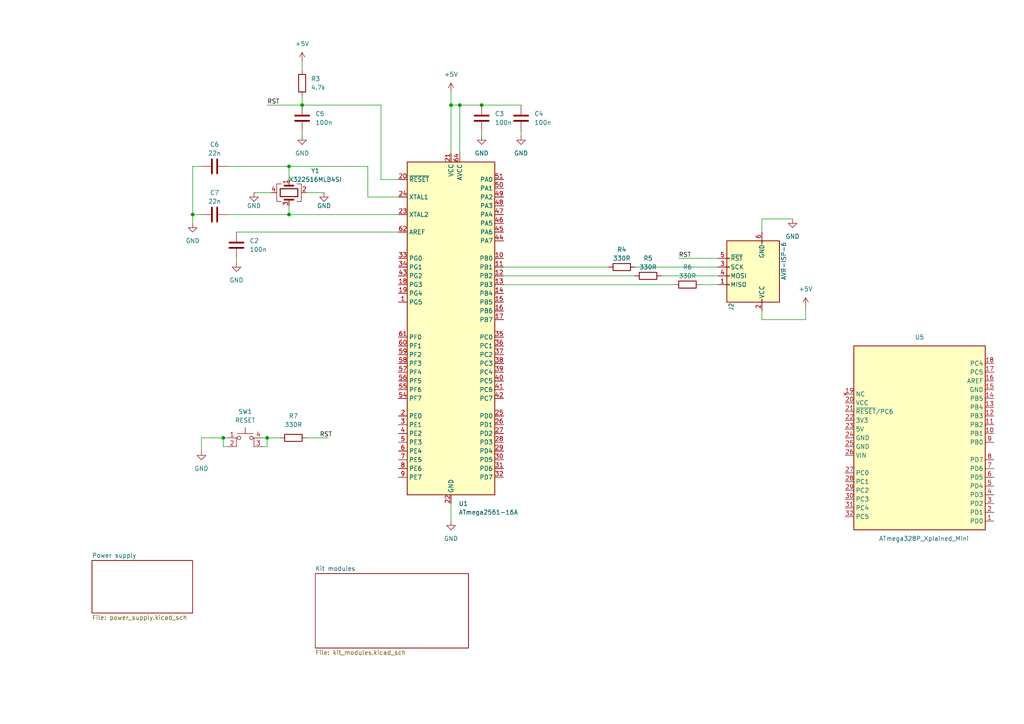
<source format=kicad_sch>
(kicad_sch (version 20230121) (generator eeschema)
  (paper "A4")
  (lib_symbols
    (symbol "Connector:AVR-ISP-6" (pin_names (offset 1.016))
      (property "Reference" "J" (at -6.35 11.43 0))
      (property "Value" "AVR-ISP-6" (at 0 11.43 0))
      (symbol "AVR-ISP-6_0_1"
        (rectangle (start -2.667 -6.858) (end -2.413 -7.62))
        (rectangle (start -2.667 10.16) (end -2.413 9.398))
        (rectangle (start 7.62 -2.413) (end 6.858 -2.667))
        (rectangle (start 7.62 0.127) (end 6.858 -0.127))
        (rectangle (start 7.62 2.667) (end 6.858 2.413))
        (rectangle (start 7.62 5.207) (end 6.858 4.953))
        (rectangle (start 7.62 10.16) (end -7.62 -7.62) (stroke (width 0.254)) (fill (type background)))
      )
      (symbol "AVR-ISP-6_1_1"
        (pin passive line (at 10.16 5.08 180) (length 2.54) (name "MISO") (number "1"))
        (pin passive line (at -2.54 12.7 270) (length 2.54) (name "VCC") (number "2"))
        (pin passive line (at 10.16 0 180) (length 2.54) (name "SCK") (number "3"))
        (pin passive line (at 10.16 2.54 180) (length 2.54) (name "MOSI") (number "4"))
        (pin passive line (at 10.16 -2.54 180) (length 2.54) (name "~{RST}") (number "5"))
        (pin passive line (at -2.54 -10.16 90) (length 2.54) (name "GND") (number "6"))
      )
    )
    (symbol "Device:C" (pin_numbers hide) (pin_names (offset 0.254))
      (property "Reference" "C" (at 0.635 2.54 0))
      (property "Value" "C" (at 0.635 -2.54 0))
      (symbol "C_0_1"
        (polyline (pts (xy -2.032 -0.762) (xy 2.032 -0.762)) (stroke (width 0.508)))
        (polyline (pts (xy -2.032 0.762) (xy 2.032 0.762)) (stroke (width 0.508)))
      )
      (symbol "C_1_1"
        (pin passive line (at 0 3.81 270) (length 2.794) (name "~") (number "1"))
        (pin passive line (at 0 -3.81 90) (length 2.794) (name "~") (number "2"))
      )
    )
    (symbol "Device:Crystal_GND24" (pin_names (offset 1.016) hide)
      (property "Reference" "Y" (at 3.175 5.08 0))
      (property "Value" "Crystal_GND24" (at 3.175 3.175 0))
      (symbol "Crystal_GND24_0_1"
        (rectangle (start -1.143 2.54) (end 1.143 -2.54) (stroke (width 0.3048)))
        (polyline (pts (xy -2.54 0) (xy -2.032 0)))
        (polyline (pts (xy -2.032 -1.27) (xy -2.032 1.27)) (stroke (width 0.508)))
        (polyline (pts (xy 0 -3.81) (xy 0 -3.556)))
        (polyline (pts (xy 0 3.556) (xy 0 3.81)))
        (polyline (pts (xy 2.032 -1.27) (xy 2.032 1.27)) (stroke (width 0.508)))
        (polyline (pts (xy 2.032 0) (xy 2.54 0)))
        (polyline (pts (xy -2.54 -2.286) (xy -2.54 -3.556) (xy 2.54 -3.556) (xy 2.54 -2.286)))
        (polyline (pts (xy -2.54 2.286) (xy -2.54 3.556) (xy 2.54 3.556) (xy 2.54 2.286)))
      )
      (symbol "Crystal_GND24_1_1"
        (pin passive line (at -3.81 0 0) (length 1.27) (name "1") (number "1"))
        (pin passive line (at 0 5.08 270) (length 1.27) (name "2") (number "2"))
        (pin passive line (at 3.81 0 180) (length 1.27) (name "3") (number "3"))
        (pin passive line (at 0 -5.08 90) (length 1.27) (name "4") (number "4"))
      )
    )
    (symbol "Device:R" (pin_numbers hide) (pin_names (offset 0))
      (property "Reference" "R" (at 2.032 0 90))
      (property "Value" "R" (at 0 0 90))
      (symbol "R_0_1"
        (rectangle (start -1.016 -2.54) (end 1.016 2.54) (stroke (width 0.254)))
      )
      (symbol "R_1_1"
        (pin passive line (at 0 3.81 270) (length 1.27) (name "~") (number "1"))
        (pin passive line (at 0 -3.81 90) (length 1.27) (name "~") (number "2"))
      )
    )
    (symbol "MCU_Microchip_ATmega:ATmega2561-16A"
      (property "Reference" "U" (at -12.7 49.53 0))
      (property "Value" "ATmega2561-16A" (at 2.54 -49.53 0))
      (symbol "ATmega2561-16A_0_1"
        (rectangle (start -12.7 -48.26) (end 12.7 48.26) (stroke (width 0.254)) (fill (type background)))
      )
      (symbol "ATmega2561-16A_1_1"
        (pin bidirectional line (at -15.24 7.62 0) (length 2.54) (name "PG5") (number "1"))
        (pin bidirectional line (at 15.24 20.32 180) (length 2.54) (name "PB0") (number "10"))
        (pin bidirectional line (at 15.24 17.78 180) (length 2.54) (name "PB1") (number "11"))
        (pin bidirectional line (at 15.24 15.24 180) (length 2.54) (name "PB2") (number "12"))
        (pin bidirectional line (at 15.24 12.7 180) (length 2.54) (name "PB3") (number "13"))
        (pin bidirectional line (at 15.24 10.16 180) (length 2.54) (name "PB4") (number "14"))
        (pin bidirectional line (at 15.24 7.62 180) (length 2.54) (name "PB5") (number "15"))
        (pin bidirectional line (at 15.24 5.08 180) (length 2.54) (name "PB6") (number "16"))
        (pin bidirectional line (at 15.24 2.54 180) (length 2.54) (name "PB7") (number "17"))
        (pin bidirectional line (at -15.24 12.7 0) (length 2.54) (name "PG3") (number "18"))
        (pin bidirectional line (at -15.24 10.16 0) (length 2.54) (name "PG4") (number "19"))
        (pin bidirectional line (at -15.24 -25.4 0) (length 2.54) (name "PE0") (number "2"))
        (pin input line (at -15.24 43.18 0) (length 2.54) (name "~{RESET}") (number "20"))
        (pin power_in line (at 0 50.8 270) (length 2.54) (name "VCC") (number "21"))
        (pin power_in line (at 0 -50.8 90) (length 2.54) (name "GND") (number "22"))
        (pin output line (at -15.24 33.02 0) (length 2.54) (name "XTAL2") (number "23"))
        (pin input line (at -15.24 38.1 0) (length 2.54) (name "XTAL1") (number "24"))
        (pin bidirectional line (at 15.24 -25.4 180) (length 2.54) (name "PD0") (number "25"))
        (pin bidirectional line (at 15.24 -27.94 180) (length 2.54) (name "PD1") (number "26"))
        (pin bidirectional line (at 15.24 -30.48 180) (length 2.54) (name "PD2") (number "27"))
        (pin bidirectional line (at 15.24 -33.02 180) (length 2.54) (name "PD3") (number "28"))
        (pin bidirectional line (at 15.24 -35.56 180) (length 2.54) (name "PD4") (number "29"))
        (pin bidirectional line (at -15.24 -27.94 0) (length 2.54) (name "PE1") (number "3"))
        (pin bidirectional line (at 15.24 -38.1 180) (length 2.54) (name "PD5") (number "30"))
        (pin bidirectional line (at 15.24 -40.64 180) (length 2.54) (name "PD6") (number "31"))
        (pin bidirectional line (at 15.24 -43.18 180) (length 2.54) (name "PD7") (number "32"))
        (pin bidirectional line (at -15.24 20.32 0) (length 2.54) (name "PG0") (number "33"))
        (pin bidirectional line (at -15.24 17.78 0) (length 2.54) (name "PG1") (number "34"))
        (pin bidirectional line (at 15.24 -2.54 180) (length 2.54) (name "PC0") (number "35"))
        (pin bidirectional line (at 15.24 -5.08 180) (length 2.54) (name "PC1") (number "36"))
        (pin bidirectional line (at 15.24 -7.62 180) (length 2.54) (name "PC2") (number "37"))
        (pin bidirectional line (at 15.24 -10.16 180) (length 2.54) (name "PC3") (number "38"))
        (pin bidirectional line (at 15.24 -12.7 180) (length 2.54) (name "PC4") (number "39"))
        (pin bidirectional line (at -15.24 -30.48 0) (length 2.54) (name "PE2") (number "4"))
        (pin bidirectional line (at 15.24 -15.24 180) (length 2.54) (name "PC5") (number "40"))
        (pin bidirectional line (at 15.24 -17.78 180) (length 2.54) (name "PC6") (number "41"))
        (pin bidirectional line (at 15.24 -20.32 180) (length 2.54) (name "PC7") (number "42"))
        (pin bidirectional line (at -15.24 15.24 0) (length 2.54) (name "PG2") (number "43"))
        (pin bidirectional line (at 15.24 25.4 180) (length 2.54) (name "PA7") (number "44"))
        (pin bidirectional line (at 15.24 27.94 180) (length 2.54) (name "PA6") (number "45"))
        (pin bidirectional line (at 15.24 30.48 180) (length 2.54) (name "PA5") (number "46"))
        (pin bidirectional line (at 15.24 33.02 180) (length 2.54) (name "PA4") (number "47"))
        (pin bidirectional line (at 15.24 35.56 180) (length 2.54) (name "PA3") (number "48"))
        (pin bidirectional line (at 15.24 38.1 180) (length 2.54) (name "PA2") (number "49"))
        (pin bidirectional line (at -15.24 -33.02 0) (length 2.54) (name "PE3") (number "5"))
        (pin bidirectional line (at 15.24 40.64 180) (length 2.54) (name "PA1") (number "50"))
        (pin bidirectional line (at 15.24 43.18 180) (length 2.54) (name "PA0") (number "51"))
        (pin passive line (at 0 50.8 270) (length 2.54) hide (name "VCC") (number "52"))
        (pin passive line (at 0 -50.8 90) (length 2.54) hide (name "GND") (number "53"))
        (pin bidirectional line (at -15.24 -20.32 0) (length 2.54) (name "PF7") (number "54"))
        (pin bidirectional line (at -15.24 -17.78 0) (length 2.54) (name "PF6") (number "55"))
        (pin bidirectional line (at -15.24 -15.24 0) (length 2.54) (name "PF5") (number "56"))
        (pin bidirectional line (at -15.24 -12.7 0) (length 2.54) (name "PF4") (number "57"))
        (pin bidirectional line (at -15.24 -10.16 0) (length 2.54) (name "PF3") (number "58"))
        (pin bidirectional line (at -15.24 -7.62 0) (length 2.54) (name "PF2") (number "59"))
        (pin bidirectional line (at -15.24 -35.56 0) (length 2.54) (name "PE4") (number "6"))
        (pin bidirectional line (at -15.24 -5.08 0) (length 2.54) (name "PF1") (number "60"))
        (pin bidirectional line (at -15.24 -2.54 0) (length 2.54) (name "PF0") (number "61"))
        (pin passive line (at -15.24 27.94 0) (length 2.54) (name "AREF") (number "62"))
        (pin passive line (at 0 -50.8 90) (length 2.54) hide (name "GND") (number "63"))
        (pin power_in line (at 2.54 50.8 270) (length 2.54) (name "AVCC") (number "64"))
        (pin bidirectional line (at -15.24 -38.1 0) (length 2.54) (name "PE5") (number "7"))
        (pin bidirectional line (at -15.24 -40.64 0) (length 2.54) (name "PE6") (number "8"))
        (pin bidirectional line (at -15.24 -43.18 0) (length 2.54) (name "PE7") (number "9"))
      )
    )
    (symbol "Switch:SW_MEC_5E" (pin_names (offset 1.016) hide)
      (property "Reference" "SW" (at 0.635 5.715 0))
      (property "Value" "SW_MEC_5E" (at 0 -3.175 0))
      (symbol "SW_MEC_5E_0_1"
        (circle (center -1.778 2.54) (radius 0.508))
        (polyline (pts (xy -2.286 3.81) (xy 2.286 3.81)))
        (polyline (pts (xy 0 3.81) (xy 0 5.588)))
        (polyline (pts (xy -2.54 0) (xy -2.54 2.54) (xy -2.286 2.54)))
        (polyline (pts (xy 2.54 0) (xy 2.54 2.54) (xy 2.286 2.54)))
        (circle (center 1.778 2.54) (radius 0.508))
        (pin passive line (at -5.08 2.54 0) (length 2.54) (name "1") (number "1"))
        (pin passive line (at -5.08 0 0) (length 2.54) (name "2") (number "2"))
        (pin passive line (at 5.08 0 180) (length 2.54) (name "K") (number "3"))
        (pin passive line (at 5.08 2.54 180) (length 2.54) (name "A") (number "4"))
      )
    )
    (symbol "kit_modules:ATmega328P_Xplained_mini"
      (property "Reference" "U" (at -8.89 -7.62 0))
      (symbol "ATmega328P_Xplained_mini_0_1"
        (rectangle (start -10.16 -8.89) (end 27.94 -62.23) (stroke (width 0.254)) (fill (type background)))
      )
      (symbol "ATmega328P_Xplained_mini_1_1"
        (pin bidirectional line (at 30.48 -59.69 180) (length 2.54) (name "PD0") (number "1"))
        (pin bidirectional line (at 30.48 -34.29 180) (length 2.54) (name "PB1") (number "10"))
        (pin bidirectional line (at 30.48 -31.75 180) (length 2.54) (name "PB2") (number "11"))
        (pin bidirectional line (at 30.48 -29.21 180) (length 2.54) (name "PB3") (number "12"))
        (pin bidirectional line (at 30.48 -26.67 180) (length 2.54) (name "PB4") (number "13"))
        (pin bidirectional line (at 30.48 -24.13 180) (length 2.54) (name "PB5") (number "14"))
        (pin power_in line (at 30.48 -21.59 180) (length 2.54) (name "GND") (number "15"))
        (pin passive line (at 30.48 -19.05 180) (length 2.54) (name "AREF") (number "16"))
        (pin bidirectional line (at 30.48 -16.51 180) (length 2.54) (name "PC5") (number "17"))
        (pin bidirectional line (at 30.48 -13.97 180) (length 2.54) (name "PC4") (number "18"))
        (pin no_connect line (at -12.7 -22.86 0) (length 2.54) (name "NC") (number "19"))
        (pin bidirectional line (at 30.48 -57.15 180) (length 2.54) (name "PD1") (number "2"))
        (pin power_in line (at -12.7 -25.4 0) (length 2.54) (name "VCC") (number "20"))
        (pin bidirectional line (at -12.7 -27.94 0) (length 2.54) (name "~{RESET}/PC6") (number "21"))
        (pin power_in line (at -12.7 -30.48 0) (length 2.54) (name "3V3") (number "22"))
        (pin power_in line (at -12.7 -33.02 0) (length 2.54) (name "5V") (number "23"))
        (pin power_in line (at -12.7 -35.56 0) (length 2.54) (name "GND") (number "24"))
        (pin power_in line (at -12.7 -38.1 0) (length 2.54) (name "GND") (number "25"))
        (pin power_in line (at -12.7 -40.64 0) (length 2.54) (name "VIN") (number "26"))
        (pin bidirectional line (at -12.7 -45.72 0) (length 2.54) (name "PC0") (number "27"))
        (pin bidirectional line (at -12.7 -48.26 0) (length 2.54) (name "PC1") (number "28"))
        (pin bidirectional line (at -12.7 -50.8 0) (length 2.54) (name "PC2") (number "29"))
        (pin bidirectional line (at 30.48 -54.61 180) (length 2.54) (name "PD2") (number "3"))
        (pin bidirectional line (at -12.7 -53.34 0) (length 2.54) (name "PC3") (number "30"))
        (pin bidirectional line (at -12.7 -55.88 0) (length 2.54) (name "PC4") (number "31"))
        (pin bidirectional line (at -12.7 -58.42 0) (length 2.54) (name "PC5") (number "32"))
        (pin bidirectional line (at 30.48 -52.07 180) (length 2.54) (name "PD3") (number "4"))
        (pin bidirectional line (at 30.48 -49.53 180) (length 2.54) (name "PD4") (number "5"))
        (pin bidirectional line (at 30.48 -46.99 180) (length 2.54) (name "PD5") (number "6"))
        (pin bidirectional line (at 30.48 -44.45 180) (length 2.54) (name "PD6") (number "7"))
        (pin bidirectional line (at 30.48 -41.91 180) (length 2.54) (name "PD7") (number "8"))
        (pin bidirectional line (at 30.48 -36.83 180) (length 2.54) (name "PB0") (number "9"))
      )
    )
    (symbol "power:+5V" (power) (pin_names (offset 0))
      (property "Value" "+5V" (at 0 3.556 0))
      (symbol "+5V_0_1"
        (polyline (pts (xy -0.762 1.27) (xy 0 2.54)))
        (polyline (pts (xy 0 0) (xy 0 2.54)))
        (polyline (pts (xy 0 2.54) (xy 0.762 1.27)))
      )
      (symbol "+5V_1_1"
        (pin power_in line (at 0 0 90) (length 0) hide (name "+5V") (number "1"))
      )
    )
    (symbol "power:GND" (power) (pin_names (offset 0))
      (property "Value" "GND" (at 0 -3.81 0))
      (symbol "GND_0_1"
        (polyline (pts (xy 0 0) (xy 0 -1.27) (xy 1.27 -1.27) (xy 0 -2.54) (xy -1.27 -1.27) (xy 0 -1.27)))
      )
      (symbol "GND_1_1"
        (pin power_in line (at 0 0 270) (length 0) hide (name "GND") (number "1"))
      )
    )
  )
  (junction (at 77.47 127))
  (junction (at 83.82 48.26))
  (junction (at 133.35 30.48))
  (junction (at 64.77 127))
  (junction (at 87.63 30.48))
  (junction (at 83.82 62.23))
  (junction (at 139.7 30.48))
  (junction (at 55.88 62.23))
  (junction (at 130.81 30.48))
  (wire (pts (xy 87.63 17.78) (xy 87.63 20.32)))
  (wire (pts (xy 87.63 30.48) (xy 110.49 30.48)))
  (wire (pts (xy 233.68 88.9) (xy 233.68 92.71)))
  (wire (pts (xy 66.04 127) (xy 64.77 127)))
  (wire (pts (xy 106.68 57.15) (xy 106.68 48.26)))
  (wire (pts (xy 76.2 129.54) (xy 77.47 129.54)))
  (wire (pts (xy 76.2 127) (xy 77.47 127)))
  (wire (pts (xy 106.68 48.26) (xy 83.82 48.26)))
  (wire (pts (xy 191.77 80.01) (xy 208.28 80.01)))
  (wire (pts (xy 77.47 30.48) (xy 87.63 30.48)))
  (wire (pts (xy 58.42 130.81) (xy 58.42 127)))
  (wire (pts (xy 146.05 77.47) (xy 176.53 77.47)))
  (wire (pts (xy 83.82 59.69) (xy 83.82 62.23)))
  (wire (pts (xy 151.13 38.1) (xy 151.13 39.37)))
  (wire (pts (xy 146.05 82.55) (xy 195.58 82.55)))
  (wire (pts (xy 83.82 62.23) (xy 115.57 62.23)))
  (wire (pts (xy 130.81 26.67) (xy 130.81 30.48)))
  (wire (pts (xy 87.63 38.1) (xy 87.63 39.37)))
  (wire (pts (xy 110.49 52.07) (xy 115.57 52.07)))
  (wire (pts (xy 73.66 55.88) (xy 78.74 55.88)))
  (wire (pts (xy 220.98 63.5) (xy 220.98 67.31)))
  (wire (pts (xy 130.81 44.45) (xy 130.81 30.48)))
  (wire (pts (xy 220.98 92.71) (xy 233.68 92.71)))
  (wire (pts (xy 133.35 30.48) (xy 139.7 30.48)))
  (wire (pts (xy 139.7 30.48) (xy 151.13 30.48)))
  (wire (pts (xy 88.9 127) (xy 95.25 127)))
  (wire (pts (xy 87.63 27.94) (xy 87.63 30.48)))
  (wire (pts (xy 203.2 82.55) (xy 208.28 82.55)))
  (wire (pts (xy 55.88 48.26) (xy 55.88 62.23)))
  (wire (pts (xy 220.98 63.5) (xy 229.87 63.5)))
  (wire (pts (xy 220.98 92.71) (xy 220.98 90.17)))
  (wire (pts (xy 55.88 62.23) (xy 55.88 64.77)))
  (wire (pts (xy 58.42 62.23) (xy 55.88 62.23)))
  (wire (pts (xy 115.57 57.15) (xy 106.68 57.15)))
  (wire (pts (xy 146.05 80.01) (xy 184.15 80.01)))
  (wire (pts (xy 133.35 44.45) (xy 133.35 30.48)))
  (wire (pts (xy 66.04 48.26) (xy 83.82 48.26)))
  (wire (pts (xy 196.85 74.93) (xy 208.28 74.93)))
  (wire (pts (xy 77.47 127) (xy 77.47 129.54)))
  (wire (pts (xy 68.58 74.93) (xy 68.58 76.2)))
  (wire (pts (xy 110.49 30.48) (xy 110.49 52.07)))
  (wire (pts (xy 64.77 129.54) (xy 66.04 129.54)))
  (wire (pts (xy 77.47 127) (xy 81.28 127)))
  (wire (pts (xy 58.42 127) (xy 64.77 127)))
  (wire (pts (xy 130.81 146.05) (xy 130.81 151.13)))
  (wire (pts (xy 58.42 48.26) (xy 55.88 48.26)))
  (wire (pts (xy 130.81 30.48) (xy 133.35 30.48)))
  (wire (pts (xy 64.77 127) (xy 64.77 129.54)))
  (wire (pts (xy 88.9 55.88) (xy 93.98 55.88)))
  (wire (pts (xy 68.58 67.31) (xy 115.57 67.31)))
  (wire (pts (xy 184.15 77.47) (xy 208.28 77.47)))
  (wire (pts (xy 83.82 48.26) (xy 83.82 52.07)))
  (wire (pts (xy 139.7 38.1) (xy 139.7 39.37)))
  (wire (pts (xy 66.04 62.23) (xy 83.82 62.23)))
  (label "RST" (at 92.71 127 0))
  (label "RST" (at 196.85 74.93 0))
  (label "RST" (at 77.47 30.48 0))
  (symbol (lib_id "Device:R") (at 87.63 24.13 0) (unit 1)
    (property "Reference" "R3" (at 90.17 22.86 0) (effects (justify left)))
    (property "Value" "4.7k" (at 90.17 25.4 0) (effects (justify left)))
  )
  (symbol (lib_id "power:GND") (at 73.66 55.88 0) (unit 1)
    (property "Reference" "#PWR017" (effects hide))
    (property "Value" "GND" (at 73.66 59.69 0))
  )
  (symbol (lib_id "power:GND") (at 58.42 130.81 0) (unit 1)
    (property "Reference" "#PWR018" (effects hide))
    (property "Value" "GND" (at 58.42 135.89 0))
  )
  (symbol (lib_id "power:+5V") (at 130.81 26.67 0) (unit 1)
    (property "Reference" "#PWR010" (effects hide))
    (property "Value" "+5V" (at 130.81 21.59 0))
  )
  (symbol (lib_id "power:GND") (at 68.58 76.2 0) (unit 1)
    (property "Reference" "#PWR07" (effects hide))
    (property "Value" "GND" (at 68.58 81.28 0))
  )
  (symbol (lib_id "Device:C") (at 139.7 34.29 0) (unit 1)
    (property "Reference" "C3" (at 143.51 33.02 0) (effects (justify left)))
    (property "Value" "100n" (at 143.51 35.56 0) (effects (justify left)))
  )
  (symbol (lib_id "Device:R") (at 180.34 77.47 90) (unit 1)
    (property "Reference" "R4" (at 180.34 72.39 90))
    (property "Value" "330R" (at 180.34 74.93 90))
  )
  (symbol (lib_id "power:GND") (at 229.87 63.5 0) (unit 1)
    (property "Reference" "#PWR013" (effects hide))
    (property "Value" "GND" (at 229.87 68.58 0))
  )
  (symbol (lib_id "power:GND") (at 139.7 39.37 0) (unit 1)
    (property "Reference" "#PWR08" (effects hide))
    (property "Value" "GND" (at 139.7 44.45 0))
  )
  (symbol (lib_id "power:GND") (at 130.81 151.13 0) (unit 1)
    (property "Reference" "#PWR01" (effects hide))
    (property "Value" "GND" (at 130.81 156.21 0))
  )
  (symbol (lib_id "Device:R") (at 85.09 127 90) (unit 1)
    (property "Reference" "R7" (at 85.09 120.65 90))
    (property "Value" "330R" (at 85.09 123.19 90))
  )
  (symbol (lib_id "Switch:SW_MEC_5E") (at 71.12 129.54 0) (unit 1)
    (property "Reference" "SW1" (at 71.12 119.38 0))
    (property "Value" "RESET" (at 71.12 121.92 0))
    (property "Datasheet" "http://www.apem.com/int/index.php?controller=attachment&id_attachment=1371" (effects hide))
  )
  (symbol (lib_id "Device:R") (at 199.39 82.55 90) (unit 1)
    (property "Reference" "R6" (at 199.39 77.47 90))
    (property "Value" "330R" (at 199.39 80.01 90))
  )
  (symbol (lib_id "Device:C") (at 151.13 34.29 0) (unit 1)
    (property "Reference" "C4" (at 154.94 33.02 0) (effects (justify left)))
    (property "Value" "100n" (at 154.94 35.56 0) (effects (justify left)))
  )
  (symbol (lib_id "kit_modules:ATmega328P_Xplained_mini") (at 257.81 91.44 0) (unit 1)
    (property "Reference" "U5" (at 266.7 97.79 0))
    (property "Value" "ATmega328P_Xplained_Mini" (at 267.97 156.21 0))
    (property "Footprint" "kit_modules:ATmega328P_Xplained_Mini" (effects hide))
  )
  (symbol (lib_id "Device:C") (at 62.23 62.23 90) (unit 1)
    (property "Reference" "C7" (at 62.23 55.88 90))
    (property "Value" "22n" (at 62.23 58.42 90))
  )
  (symbol (lib_id "Connector:AVR-ISP-6") (at 218.44 77.47 180) (unit 1)
    (property "Reference" "J2" (at 212.09 90.17 90) (effects (justify right)))
    (property "Value" "AVR-ISP-6" (at 227.33 81.28 90) (effects (justify right)))
    (property "Datasheet" " ~" (effects hide))
  )
  (symbol (lib_id "Device:Crystal_GND24") (at 83.82 55.88 270) (unit 1)
    (property "Reference" "Y1" (at 91.44 49.53 90))
    (property "Value" "X322516MLB4SI" (at 91.44 52.07 90))
  )
  (symbol (lib_id "MCU_Microchip_ATmega:ATmega2561-16A") (at 130.81 95.25 0) (unit 1)
    (property "Reference" "U1" (at 133.0041 146.05 0) (effects (justify left)))
    (property "Value" "ATmega2561-16A" (at 133.0041 148.59 0) (effects (justify left)))
    (property "Footprint" "Package_QFP:TQFP-64_14x14mm_P0.8mm" (effects hide))
    (property "Datasheet" "http://ww1.microchip.com/downloads/en/DeviceDoc/Atmel-2549-8-bit-AVR-Microcontroller-ATmega640-1280-1281-2560-2561_datasheet.pdf" (effects hide))
  )
  (symbol (lib_id "power:+5V") (at 233.68 88.9 0) (unit 1)
    (property "Reference" "#PWR014" (effects hide))
    (property "Value" "+5V" (at 233.68 83.82 0))
  )
  (symbol (lib_id "power:GND") (at 93.98 55.88 0) (unit 1)
    (property "Reference" "#PWR016" (effects hide))
    (property "Value" "GND" (at 93.98 59.69 0))
  )
  (symbol (lib_id "power:GND") (at 151.13 39.37 0) (unit 1)
    (property "Reference" "#PWR09" (effects hide))
    (property "Value" "GND" (at 151.13 44.45 0))
  )
  (symbol (lib_id "Device:R") (at 187.96 80.01 90) (unit 1)
    (property "Reference" "R5" (at 187.96 74.93 90))
    (property "Value" "330R" (at 187.96 77.47 90))
  )
  (symbol (lib_id "Device:C") (at 87.63 34.29 0) (unit 1)
    (property "Reference" "C5" (at 91.44 33.02 0) (effects (justify left)))
    (property "Value" "100n" (at 91.44 35.56 0) (effects (justify left)))
  )
  (symbol (lib_id "power:GND") (at 55.88 64.77 0) (unit 1)
    (property "Reference" "#PWR015" (effects hide))
    (property "Value" "GND" (at 55.88 69.85 0))
  )
  (symbol (lib_id "Device:C") (at 62.23 48.26 90) (unit 1)
    (property "Reference" "C6" (at 62.23 41.91 90))
    (property "Value" "22n" (at 62.23 44.45 90))
  )
  (symbol (lib_id "power:GND") (at 87.63 39.37 0) (unit 1)
    (property "Reference" "#PWR011" (effects hide))
    (property "Value" "GND" (at 87.63 44.45 0))
  )
  (symbol (lib_id "Device:C") (at 68.58 71.12 0) (unit 1)
    (property "Reference" "C2" (at 72.39 69.85 0) (effects (justify left)))
    (property "Value" "100n" (at 72.39 72.39 0) (effects (justify left)))
  )
  (symbol (lib_id "power:+5V") (at 87.63 17.78 0) (unit 1)
    (property "Reference" "#PWR012" (effects hide))
    (property "Value" "+5V" (at 87.63 12.7 0))
  )
  (sheet (at 91.44 166.37) (size 44.45 21.59) (stroke (width 0.1524))
    (property "Sheetname" "Kit modules" (at 91.44 165.6584 0) (effects (justify left bottom)))
    (property "Sheetfile" "kit_modules.kicad_sch" (at 91.44 188.5446 0) (effects (justify left top)))
  )
  (sheet (at 26.67 162.56) (size 29.21 15.24) (stroke (width 0.1524))
    (property "Sheetname" "Power supply" (at 26.67 161.8484 0) (effects (justify left bottom)))
    (property "Sheetfile" "power_supply.kicad_sch" (at 26.67 178.3846 0) (effects (justify left top)))
  )
)
</source>
